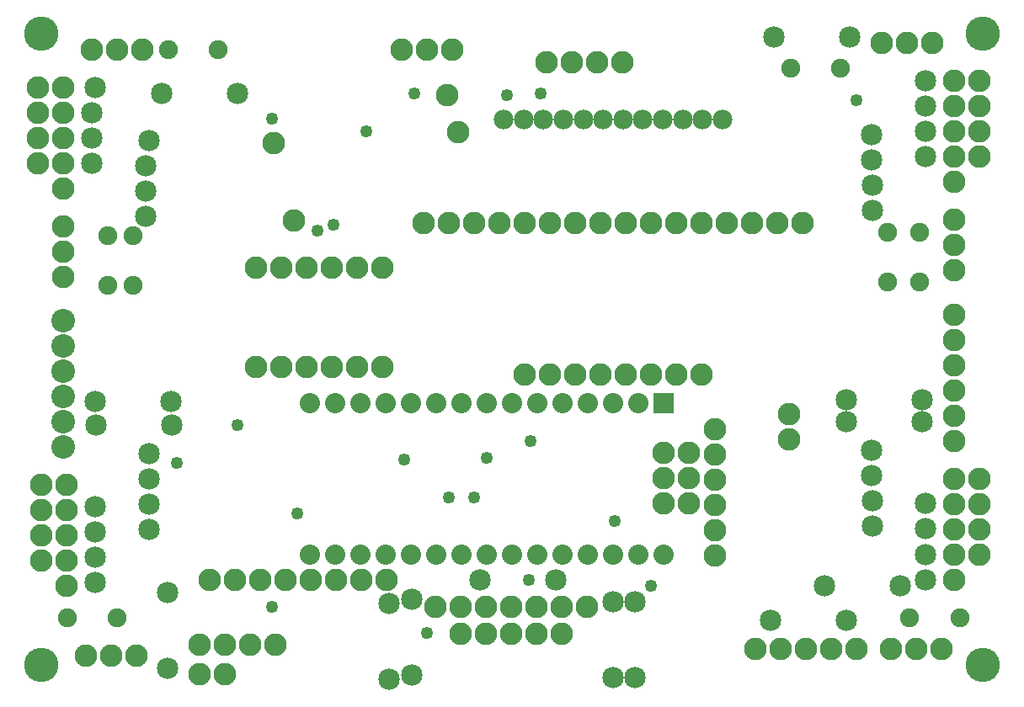
<source format=gbs>
G04 MADE WITH FRITZING*
G04 WWW.FRITZING.ORG*
G04 DOUBLE SIDED*
G04 HOLES PLATED*
G04 CONTOUR ON CENTER OF CONTOUR VECTOR*
%ASAXBY*%
%FSLAX23Y23*%
%MOIN*%
%OFA0B0*%
%SFA1.0B1.0*%
%ADD10C,0.089370*%
%ADD11C,0.049370*%
%ADD12C,0.135984*%
%ADD13C,0.093307*%
%ADD14C,0.085000*%
%ADD15C,0.075000*%
%ADD16C,0.077559*%
%ADD17C,0.080000*%
%ADD18R,0.080000X0.079972*%
%LNMASK0*%
G90*
G70*
G54D10*
X954Y1285D03*
X1054Y1285D03*
X1154Y1285D03*
X1254Y1285D03*
X1354Y1285D03*
X1454Y1285D03*
X954Y1680D03*
X1054Y1680D03*
X1154Y1680D03*
X1254Y1680D03*
X1354Y1680D03*
X1454Y1680D03*
G54D11*
X1018Y2271D03*
X1631Y232D03*
X1948Y2364D03*
X2081Y2369D03*
X1260Y1849D03*
X1198Y1825D03*
X880Y1056D03*
X643Y907D03*
X3331Y2344D03*
X1393Y2219D03*
X1581Y2369D03*
X2376Y678D03*
X1118Y707D03*
X2518Y419D03*
G54D12*
X3831Y107D03*
X106Y107D03*
X3831Y2607D03*
X106Y2607D03*
G54D11*
X1818Y771D03*
X2035Y442D03*
G54D10*
X2567Y946D03*
X2567Y846D03*
X2567Y746D03*
X2567Y946D03*
X2567Y846D03*
X2567Y746D03*
X2667Y746D03*
X2667Y846D03*
X2667Y946D03*
X772Y442D03*
X872Y442D03*
X972Y442D03*
X1072Y442D03*
X1172Y442D03*
X1272Y442D03*
X1372Y442D03*
X1472Y442D03*
X3064Y1099D03*
X3064Y999D03*
X2773Y1041D03*
X2773Y941D03*
X2773Y841D03*
X2773Y741D03*
X2773Y641D03*
X2773Y541D03*
G54D11*
X1543Y919D03*
X2043Y994D03*
G54D10*
X93Y2394D03*
X93Y2294D03*
X93Y2194D03*
X93Y2094D03*
X106Y819D03*
X106Y719D03*
X106Y619D03*
X106Y519D03*
X1766Y231D03*
X1866Y231D03*
X1966Y231D03*
X2066Y231D03*
X2166Y231D03*
X3818Y844D03*
X3818Y744D03*
X3818Y644D03*
X3818Y544D03*
X3818Y2419D03*
X3818Y2319D03*
X3818Y2219D03*
X3818Y2119D03*
X1756Y2215D03*
X1712Y2364D03*
X1105Y1868D03*
X1024Y2172D03*
X733Y188D03*
X833Y188D03*
X933Y188D03*
X1033Y188D03*
X2106Y2494D03*
X2206Y2494D03*
X2306Y2494D03*
X2406Y2494D03*
X2718Y1258D03*
X2618Y1258D03*
X2518Y1258D03*
X2418Y1258D03*
X2318Y1258D03*
X2218Y1258D03*
X2118Y1258D03*
X2018Y1258D03*
X3118Y1857D03*
X3018Y1857D03*
X2918Y1857D03*
X2818Y1857D03*
X2718Y1857D03*
X2618Y1857D03*
X2518Y1857D03*
X2418Y1857D03*
X2318Y1857D03*
X2218Y1857D03*
X2118Y1857D03*
X2018Y1857D03*
X1918Y1857D03*
X1818Y1857D03*
X1718Y1857D03*
X1618Y1857D03*
X3718Y1494D03*
X3718Y1394D03*
X3718Y1294D03*
X3718Y1194D03*
X3718Y1094D03*
X3718Y994D03*
G54D13*
X193Y1469D03*
X193Y1369D03*
X193Y1269D03*
X193Y1169D03*
X193Y1069D03*
X193Y969D03*
G54D10*
X2931Y169D03*
X3031Y169D03*
X3131Y169D03*
X3231Y169D03*
X3331Y169D03*
X1665Y337D03*
X1765Y337D03*
X1865Y337D03*
X1965Y337D03*
X2065Y337D03*
X2165Y337D03*
X2265Y337D03*
X3718Y844D03*
X3718Y744D03*
X3718Y644D03*
X3718Y544D03*
X3718Y444D03*
X206Y819D03*
X206Y719D03*
X206Y619D03*
X206Y519D03*
X206Y419D03*
X3718Y2419D03*
X3718Y2319D03*
X3718Y2219D03*
X3718Y2119D03*
X3718Y2019D03*
X193Y2394D03*
X193Y2294D03*
X193Y2194D03*
X193Y2094D03*
X193Y1994D03*
X733Y70D03*
X833Y70D03*
X3718Y1869D03*
X3718Y1769D03*
X3718Y1669D03*
X193Y1844D03*
X193Y1744D03*
X193Y1644D03*
X3468Y169D03*
X3568Y169D03*
X3668Y169D03*
X281Y144D03*
X381Y144D03*
X481Y144D03*
X3431Y2569D03*
X3531Y2569D03*
X3631Y2569D03*
X306Y2544D03*
X406Y2544D03*
X506Y2544D03*
X1531Y2544D03*
X1631Y2544D03*
X1731Y2544D03*
G54D14*
X581Y2369D03*
X881Y2369D03*
X3306Y2594D03*
X3006Y2594D03*
X606Y94D03*
X606Y394D03*
X3506Y419D03*
X3206Y419D03*
G54D15*
X3581Y1819D03*
X3581Y1622D03*
X3456Y1819D03*
X3456Y1622D03*
X468Y1807D03*
X468Y1610D03*
X368Y1807D03*
X368Y1610D03*
G54D14*
X3293Y282D03*
X2993Y282D03*
X2456Y357D03*
X2456Y57D03*
X2368Y357D03*
X2368Y57D03*
X3606Y444D03*
X3394Y656D03*
X318Y432D03*
X530Y644D03*
X3606Y2119D03*
X3394Y1907D03*
X306Y2094D03*
X518Y1882D03*
X1843Y442D03*
X2143Y442D03*
X3606Y544D03*
X3394Y756D03*
X318Y532D03*
X530Y744D03*
X3606Y2219D03*
X3394Y2007D03*
X306Y2194D03*
X518Y1982D03*
X3293Y1157D03*
X3593Y1157D03*
X3593Y1069D03*
X3293Y1069D03*
X621Y1056D03*
X321Y1056D03*
X317Y1149D03*
X617Y1149D03*
X1483Y349D03*
X1483Y49D03*
X1570Y368D03*
X1570Y68D03*
X3393Y957D03*
X3605Y745D03*
X3393Y857D03*
X3605Y645D03*
X531Y844D03*
X319Y632D03*
X531Y944D03*
X319Y732D03*
X3393Y2107D03*
X3605Y2319D03*
X3393Y2207D03*
X3605Y2419D03*
X531Y2182D03*
X319Y2394D03*
X518Y2082D03*
X306Y2294D03*
G54D15*
X806Y2544D03*
X609Y2544D03*
X3268Y2469D03*
X3071Y2469D03*
X406Y294D03*
X209Y294D03*
X3543Y294D03*
X3740Y294D03*
G54D16*
X1935Y2265D03*
X2014Y2265D03*
X2092Y2265D03*
X2171Y2265D03*
X2250Y2265D03*
X2329Y2265D03*
X2407Y2265D03*
X2486Y2265D03*
X2565Y2265D03*
X2644Y2265D03*
X2722Y2265D03*
X2801Y2265D03*
G54D17*
X2568Y1144D03*
X2468Y1144D03*
X2368Y1144D03*
X2268Y1144D03*
X2168Y1144D03*
X2068Y1144D03*
X1968Y1144D03*
X1868Y1144D03*
X1768Y1144D03*
X1668Y1144D03*
X1568Y1144D03*
X1468Y1144D03*
X1368Y1144D03*
X1268Y1144D03*
X1168Y1144D03*
X2568Y544D03*
X2468Y544D03*
X2368Y544D03*
X2268Y544D03*
X2168Y544D03*
X2068Y544D03*
X1968Y544D03*
X1868Y544D03*
X1768Y544D03*
X1668Y544D03*
X1568Y544D03*
X1468Y544D03*
X1368Y544D03*
X1268Y544D03*
X1168Y544D03*
G54D11*
X1867Y926D03*
X1719Y771D03*
X1018Y337D03*
G54D18*
X2568Y1144D03*
G04 End of Mask0*
M02*
</source>
